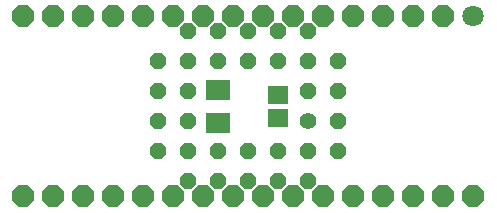
<source format=gbr>
G04 EAGLE Gerber RS-274X export*
G75*
%MOMM*%
%FSLAX34Y34*%
%LPD*%
%INSoldermask Bottom*%
%IPPOS*%
%AMOC8*
5,1,8,0,0,1.08239X$1,22.5*%
G01*
%ADD10C,1.803400*%
%ADD11P,1.951982X8X202.500000*%
%ADD12C,1.422400*%
%ADD13P,1.539592X8X292.500000*%
%ADD14R,1.703200X1.503200*%
%ADD15R,2.003200X1.803200*%


D10*
X393700Y165100D03*
D11*
X368300Y165100D03*
X342900Y165100D03*
X317500Y165100D03*
X292100Y165100D03*
X266700Y165100D03*
X241300Y165100D03*
X215900Y165100D03*
X190500Y165100D03*
X165100Y165100D03*
X139700Y165100D03*
X114300Y165100D03*
X88900Y165100D03*
X63500Y165100D03*
X38100Y165100D03*
X12700Y165100D03*
X12700Y12700D03*
X38100Y12700D03*
X63500Y12700D03*
X88900Y12700D03*
X114300Y12700D03*
X139700Y12700D03*
X165100Y12700D03*
X190500Y12700D03*
X215900Y12700D03*
X241300Y12700D03*
X266700Y12700D03*
X292100Y12700D03*
X317500Y12700D03*
X342900Y12700D03*
X368300Y12700D03*
X393700Y12700D03*
D12*
X254000Y76200D03*
D13*
X279400Y101600D03*
X254000Y101600D03*
X279400Y127000D03*
X254000Y152400D03*
X254000Y127000D03*
X228600Y152400D03*
X228600Y127000D03*
X203200Y152400D03*
X203200Y127000D03*
X177800Y152400D03*
X177800Y127000D03*
X152400Y152400D03*
X127000Y127000D03*
X152400Y127000D03*
X127000Y101600D03*
X152400Y101600D03*
X127000Y76200D03*
X152400Y76200D03*
X127000Y50800D03*
X152400Y25400D03*
X152400Y50800D03*
X177800Y25400D03*
X177800Y50800D03*
X203200Y25400D03*
X203200Y50800D03*
X228600Y25400D03*
X228600Y50800D03*
X254000Y25400D03*
X279400Y50800D03*
X254000Y50800D03*
X279400Y76200D03*
D14*
X228600Y79400D03*
X228600Y98400D03*
D15*
X177800Y74900D03*
X177800Y102900D03*
M02*

</source>
